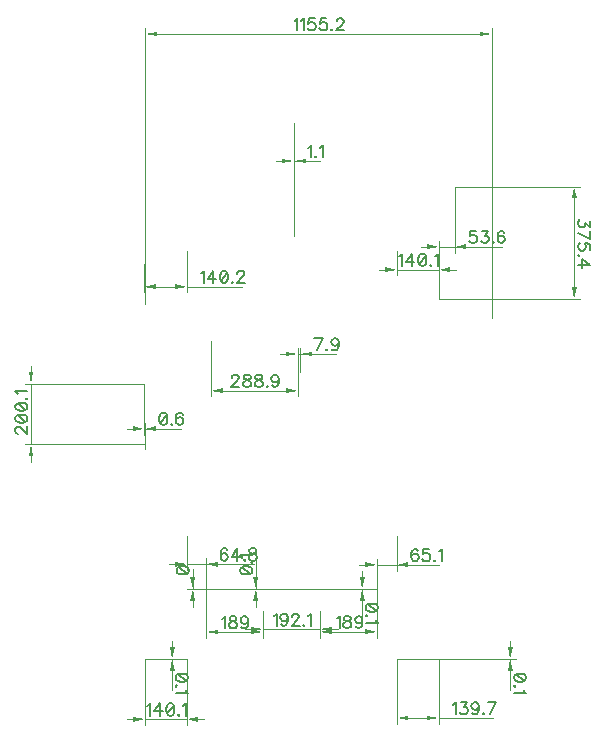
<source format=gbr>
G04 DipTrace 3.0.0.1*
G04 TopDimension.gbr*
%MOIN*%
G04 #@! TF.FileFunction,Drawing,Top*
G04 #@! TF.Part,Single*
%ADD13C,0.0015*%
%ADD57C,0.006176*%
%FSLAX26Y26*%
G04*
G70*
G90*
G75*
G01*
G04 TopDimension*
%LPD*%
X954832Y2262517D2*
D13*
Y2116323D1*
X953701Y1885701D2*
Y2155693D1*
Y2136008D2*
X954832D1*
X894646D2*
X914331D1*
G36*
X953701D2*
X914331Y2128134D1*
Y2143882D1*
X953701Y2136008D1*
G37*
X1013887D2*
D13*
X994202D1*
G36*
X954832D2*
X994202Y2143882D1*
Y2128134D1*
X954832Y2136008D1*
G37*
X1041941D2*
D13*
X954832D1*
X458924Y1658793D2*
Y2578740D1*
X1614173Y1614173D2*
Y2578740D1*
X1036549Y2559055D2*
X498294D1*
G36*
X458924D2*
X498294Y2566929D1*
Y2551181D1*
X458924Y2559055D1*
G37*
X1036549D2*
D13*
X1574803D1*
G36*
X1614173D2*
X1574803Y2551181D1*
Y2566929D1*
X1614173Y2559055D1*
G37*
X1490764Y2051134D2*
D13*
X1909449D1*
X1437126Y1675701D2*
X1909449D1*
X1889764Y1863418D2*
Y2011764D1*
G36*
Y2051134D2*
X1897638Y2011764D1*
X1881890D1*
X1889764Y2051134D1*
G37*
Y1863418D2*
D13*
Y1715071D1*
G36*
Y1675701D2*
X1881890Y1715071D1*
X1897638D1*
X1889764Y1675701D1*
G37*
X457349Y475722D2*
D13*
X568898D1*
X597449Y475607D2*
X529528D1*
X549213Y475722D2*
Y475607D1*
Y534777D2*
Y515092D1*
G36*
Y475722D2*
X541339Y515092D1*
X557087D1*
X549213Y475722D1*
G37*
Y416551D2*
D13*
Y436236D1*
G36*
Y475607D2*
X557087Y436236D1*
X541339D1*
X549213Y475607D1*
G37*
Y371297D2*
D13*
Y475722D1*
X456764Y1393496D2*
Y1224410D1*
X457349Y1175722D2*
Y1263780D1*
X456764Y1244095D2*
X457349D1*
X397709D2*
X417394D1*
G36*
X456764D2*
X417394Y1236221D1*
Y1251969D1*
X456764Y1244095D1*
G37*
X516404D2*
D13*
X496719D1*
G36*
X457349D2*
X496719Y1251969D1*
Y1236221D1*
X457349Y1244095D1*
G37*
X576913D2*
D13*
X457349D1*
X1437126Y1675701D2*
Y1870079D1*
X1490764Y2051134D2*
Y1830709D1*
X1437126Y1850394D2*
X1490764D1*
X1378071D2*
X1397756D1*
G36*
X1437126D2*
X1397756Y1842520D1*
Y1858268D1*
X1437126Y1850394D1*
G37*
X1549819D2*
D13*
X1530134D1*
G36*
X1490764D2*
X1530134Y1858268D1*
Y1842520D1*
X1490764Y1850394D1*
G37*
X1649474D2*
D13*
X1490764D1*
X1297449Y475607D2*
X1696063D1*
X1437126Y475701D2*
X1696063D1*
X1676378D2*
Y475607D1*
Y534756D2*
Y515071D1*
G36*
Y475701D2*
X1668504Y515071D1*
X1684252D1*
X1676378Y475701D1*
G37*
Y416551D2*
D13*
Y436236D1*
G36*
Y475607D2*
X1684252Y436236D1*
X1668504D1*
X1676378Y475607D1*
G37*
Y371297D2*
D13*
Y475701D1*
X457349Y475722D2*
Y255906D1*
X597449Y475607D2*
Y255906D1*
X457349Y275591D2*
X597449D1*
X398294D2*
X417979D1*
G36*
X457349D2*
X417979Y267717D1*
Y283465D1*
X457349Y275591D1*
G37*
X656504D2*
D13*
X636819D1*
G36*
X597449D2*
X636819Y283465D1*
Y267717D1*
X597449Y275591D1*
G37*
X1437126Y475701D2*
D13*
Y259843D1*
X1297449Y475607D2*
Y259843D1*
X1367288Y279528D2*
X1397756D1*
G36*
X1437126D2*
X1397756Y271654D1*
Y287402D1*
X1437126Y279528D1*
G37*
X1367288D2*
D13*
X1336819D1*
G36*
X1297449D2*
X1336819Y287402D1*
Y271654D1*
X1297449Y279528D1*
G37*
X1617826D2*
D13*
X1437126D1*
X456764Y1393496D2*
X59055D1*
X457349Y1193439D2*
X59055D1*
X78740Y1393496D2*
Y1193439D1*
Y1452551D2*
Y1432866D1*
G36*
Y1393496D2*
X70866Y1432866D1*
X86614D1*
X78740Y1393496D1*
G37*
Y1134383D2*
D13*
Y1154068D1*
G36*
Y1193439D2*
X86614Y1154068D1*
X70866D1*
X78740Y1193439D1*
G37*
X597008Y1835701D2*
D13*
Y1698032D1*
X456764Y1793496D2*
Y1698032D1*
X526886Y1717717D2*
X557638D1*
G36*
X597008D2*
X557638Y1709843D1*
Y1725591D1*
X597008Y1717717D1*
G37*
X526886D2*
D13*
X496134D1*
G36*
X456764D2*
X496134Y1725591D1*
Y1709843D1*
X456764Y1717717D1*
G37*
X781511D2*
D13*
X597008D1*
X1297008Y1835701D2*
Y1754725D1*
X1437126Y1675701D2*
Y1794095D1*
X1297008Y1774410D2*
X1437126D1*
X1237953D2*
X1257638D1*
G36*
X1297008D2*
X1257638Y1766536D1*
Y1782284D1*
X1297008Y1774410D1*
G37*
X1496181D2*
D13*
X1476496D1*
G36*
X1437126D2*
X1476496Y1782284D1*
Y1766536D1*
X1437126Y1774410D1*
G37*
X661811Y634646D2*
D13*
Y546457D1*
X850788Y634646D2*
Y546457D1*
X756299Y566142D2*
X701181D1*
G36*
X661811D2*
X701181Y574016D1*
Y558268D1*
X661811Y566142D1*
G37*
X756299D2*
D13*
X811418D1*
G36*
X850788D2*
X811418Y558268D1*
Y574016D1*
X850788Y566142D1*
G37*
Y634646D2*
D13*
Y555118D1*
X1042937Y634701D2*
Y555118D1*
X850788Y574803D2*
X1042937D1*
X791732D2*
X811418D1*
G36*
X850788D2*
X811418Y566929D1*
Y582677D1*
X850788Y574803D1*
G37*
X1101992D2*
D13*
X1082307D1*
G36*
X1042937D2*
X1082307Y582677D1*
Y566929D1*
X1042937Y574803D1*
G37*
Y634701D2*
D13*
Y547638D1*
X1231890Y634646D2*
Y547638D1*
X1137414Y567323D2*
X1082307D1*
G36*
X1042937D2*
X1082307Y575197D1*
Y559449D1*
X1042937Y567323D1*
G37*
X1137414D2*
D13*
X1192520D1*
G36*
X1231890D2*
X1192520Y559449D1*
Y575197D1*
X1231890Y567323D1*
G37*
X661811Y709449D2*
D13*
X597244D1*
X850788D2*
X597244D1*
X616929D2*
D3*
Y768504D2*
Y748819D1*
G36*
Y709449D2*
X609055Y748819D1*
X624803D1*
X616929Y709449D1*
G37*
Y650394D2*
D13*
Y670079D1*
G36*
Y709449D2*
X624803Y670079D1*
X609055D1*
X616929Y709449D1*
G37*
Y775614D2*
D13*
Y709449D1*
X850788D2*
X808268D1*
X1042937Y709504D2*
X808268D1*
X827953D2*
Y709449D1*
Y768559D2*
Y748874D1*
G36*
Y709504D2*
X820079Y748874D1*
X835827D1*
X827953Y709504D1*
G37*
Y650394D2*
D13*
Y670079D1*
G36*
Y709449D2*
X835827Y670079D1*
X820079D1*
X827953Y709449D1*
G37*
Y813813D2*
D13*
Y709504D1*
X1042937D2*
X1202362D1*
X1231890Y709449D2*
X1162992D1*
X1182677Y709504D2*
Y709449D1*
Y768559D2*
Y748874D1*
G36*
Y709504D2*
X1174803Y748874D1*
X1190551D1*
X1182677Y709504D1*
G37*
Y650394D2*
D13*
Y670079D1*
G36*
Y709449D2*
X1190551Y670079D1*
X1174803D1*
X1182677Y709449D1*
G37*
Y605140D2*
D13*
Y709504D1*
X661811Y634646D2*
Y811811D1*
X597008Y885701D2*
Y772441D1*
Y792126D2*
X661811D1*
X537953D2*
X557638D1*
G36*
X597008D2*
X557638Y784252D1*
Y800000D1*
X597008Y792126D1*
G37*
X720866D2*
D13*
X701181D1*
G36*
X661811D2*
X701181Y800000D1*
Y784252D1*
X661811Y792126D1*
G37*
X822378D2*
D13*
X661811D1*
X1231890Y634646D2*
Y809843D1*
X1297008Y885701D2*
Y770473D1*
X1231890Y790158D2*
X1297008D1*
X1172835D2*
X1192520D1*
G36*
X1231890D2*
X1192520Y782284D1*
Y798032D1*
X1231890Y790158D1*
G37*
X1356063D2*
D13*
X1336378D1*
G36*
X1297008D2*
X1336378Y798032D1*
Y782284D1*
X1297008Y790158D1*
G37*
X1438518D2*
D13*
X1297008D1*
X966929Y1433858D2*
Y1512205D1*
X974803Y1433858D2*
Y1512205D1*
X966929Y1492520D2*
X974803D1*
X907874D2*
X927559D1*
G36*
X966929D2*
X927559Y1484646D1*
Y1500394D1*
X966929Y1492520D1*
G37*
X1033858D2*
D13*
X1014173D1*
G36*
X974803D2*
X1014173Y1500394D1*
Y1484646D1*
X974803Y1492520D1*
G37*
X1094411D2*
D13*
X974803D1*
X678079Y1535701D2*
Y1351181D1*
X966929Y1433858D2*
Y1351181D1*
X822504Y1370866D2*
X717449D1*
G36*
X678079D2*
X717449Y1378740D1*
Y1362992D1*
X678079Y1370866D1*
G37*
X822504D2*
D13*
X927559D1*
G36*
X966929D2*
X927559Y1362992D1*
Y1378740D1*
X966929Y1370866D1*
G37*
X1003466Y2180717D2*
D57*
X1007313Y2182663D1*
X1013061Y2188367D1*
Y2148219D1*
X1027313Y2152066D2*
X1025412Y2150120D1*
X1027313Y2148219D1*
X1029259Y2150120D1*
X1027313Y2152066D1*
X1041610Y2180717D2*
X1045457Y2182663D1*
X1051205Y2188367D1*
Y2148219D1*
X957048Y2603765D2*
X960895Y2605710D1*
X966643Y2611414D1*
Y2571266D1*
X978994Y2603765D2*
X982841Y2605710D1*
X988589Y2611414D1*
Y2571266D1*
X1023888Y2611414D2*
X1004787D1*
X1002886Y2594214D1*
X1004787Y2596115D1*
X1010535Y2598061D1*
X1016239D1*
X1021987Y2596115D1*
X1025834Y2592313D1*
X1027735Y2586565D1*
Y2582762D1*
X1025834Y2577014D1*
X1021987Y2573167D1*
X1016239Y2571266D1*
X1010535D1*
X1004787Y2573167D1*
X1002886Y2575113D1*
X1000940Y2578915D1*
X1063034Y2611414D2*
X1043933D1*
X1042032Y2594214D1*
X1043933Y2596115D1*
X1049681Y2598061D1*
X1055385D1*
X1061133Y2596115D1*
X1064980Y2592313D1*
X1066881Y2586565D1*
Y2582762D1*
X1064980Y2577014D1*
X1061133Y2573167D1*
X1055385Y2571266D1*
X1049681D1*
X1043933Y2573167D1*
X1042032Y2575113D1*
X1040086Y2578915D1*
X1081134Y2575113D2*
X1079232Y2573167D1*
X1081134Y2571266D1*
X1083079Y2573167D1*
X1081134Y2575113D1*
X1097376Y2601863D2*
Y2603765D1*
X1099277Y2607611D1*
X1101179Y2609513D1*
X1105025Y2611414D1*
X1112675D1*
X1116477Y2609513D1*
X1118379Y2607611D1*
X1120324Y2603765D1*
Y2599962D1*
X1118379Y2596115D1*
X1114576Y2590411D1*
X1095431Y2571266D1*
X1122225D1*
X1942123Y1937649D2*
Y1916647D1*
X1926824Y1928099D1*
Y1922350D1*
X1924923Y1918548D1*
X1923021Y1916647D1*
X1917273Y1914701D1*
X1913471D1*
X1907723Y1916647D1*
X1903876Y1920449D1*
X1901975Y1926197D1*
Y1931945D1*
X1903876Y1937649D1*
X1905822Y1939550D1*
X1909624Y1941496D1*
X1901975Y1894700D2*
X1942123Y1875555D1*
Y1902350D1*
Y1840256D2*
Y1859357D1*
X1924923Y1861258D1*
X1926824Y1859357D1*
X1928769Y1853609D1*
Y1847905D1*
X1926824Y1842157D1*
X1923021Y1838310D1*
X1917273Y1836409D1*
X1913471D1*
X1907723Y1838310D1*
X1903876Y1842157D1*
X1901975Y1847905D1*
Y1853609D1*
X1903876Y1859357D1*
X1905822Y1861258D1*
X1909624Y1863204D1*
X1905822Y1822156D2*
X1903876Y1824058D1*
X1901975Y1822156D1*
X1903876Y1820211D1*
X1905822Y1822156D1*
X1901975Y1788714D2*
X1942123D1*
X1915372Y1807859D1*
Y1779164D1*
X601571Y415477D2*
X599670Y421225D1*
X593922Y425072D1*
X584371Y426973D1*
X578623D1*
X569073Y425072D1*
X563325Y421225D1*
X561424Y415477D1*
Y411674D1*
X563325Y405926D1*
X569073Y402124D1*
X578623Y400178D1*
X584371D1*
X593922Y402124D1*
X599670Y405926D1*
X601571Y411674D1*
Y415477D1*
X593922Y402124D2*
X569073Y425072D1*
X565270Y385926D2*
X563325Y387827D1*
X561424Y385926D1*
X563325Y383980D1*
X565270Y385926D1*
X593922Y371629D2*
X595868Y367782D1*
X601571Y362034D1*
X561424D1*
X517479Y1296453D2*
X511731Y1294552D1*
X507884Y1288804D1*
X505983Y1279253D1*
Y1273505D1*
X507884Y1263955D1*
X511731Y1258207D1*
X517479Y1256305D1*
X521282D1*
X527030Y1258207D1*
X530832Y1263955D1*
X532778Y1273505D1*
Y1279253D1*
X530832Y1288804D1*
X527030Y1294552D1*
X521282Y1296453D1*
X517479D1*
X530832Y1288804D2*
X507884Y1263955D1*
X547030Y1260152D2*
X545129Y1258207D1*
X547030Y1256305D1*
X548976Y1258207D1*
X547030Y1260152D1*
X584275Y1290749D2*
X582374Y1294552D1*
X576626Y1296453D1*
X572823D1*
X567075Y1294552D1*
X563228Y1288804D1*
X561327Y1279253D1*
Y1269703D1*
X563228Y1262053D1*
X567075Y1258207D1*
X572823Y1256305D1*
X574724D1*
X580428Y1258207D1*
X584275Y1262053D1*
X586176Y1267802D1*
Y1269703D1*
X584275Y1275451D1*
X580428Y1279253D1*
X574724Y1281155D1*
X572823D1*
X567075Y1279253D1*
X563228Y1275451D1*
X561327Y1269703D1*
X1562346Y1902752D2*
X1543244D1*
X1541343Y1885553D1*
X1543244Y1887454D1*
X1548992Y1889399D1*
X1554696D1*
X1560444Y1887454D1*
X1564291Y1883651D1*
X1566192Y1877903D1*
Y1874101D1*
X1564291Y1868353D1*
X1560444Y1864506D1*
X1554696Y1862605D1*
X1548992D1*
X1543244Y1864506D1*
X1541343Y1866451D1*
X1539398Y1870254D1*
X1582390Y1902752D2*
X1603393D1*
X1591941Y1887454D1*
X1597689D1*
X1601492Y1885553D1*
X1603393Y1883651D1*
X1605338Y1877903D1*
Y1874101D1*
X1603393Y1868353D1*
X1599590Y1864506D1*
X1593842Y1862605D1*
X1588094D1*
X1582390Y1864506D1*
X1580489Y1866451D1*
X1578544Y1870254D1*
X1619591Y1866451D2*
X1617690Y1864506D1*
X1619591Y1862605D1*
X1621537Y1864506D1*
X1619591Y1866451D1*
X1656836Y1897049D2*
X1654935Y1900851D1*
X1649187Y1902752D1*
X1645384D1*
X1639636Y1900851D1*
X1635789Y1895103D1*
X1633888Y1885553D1*
Y1876002D1*
X1635789Y1868353D1*
X1639636Y1864506D1*
X1645384Y1862605D1*
X1647285D1*
X1652989Y1864506D1*
X1656836Y1868353D1*
X1658737Y1874101D1*
Y1876002D1*
X1656836Y1881750D1*
X1652989Y1885553D1*
X1647285Y1887454D1*
X1645384D1*
X1639636Y1885553D1*
X1635789Y1881750D1*
X1633888Y1876002D1*
X1728737Y415477D2*
X1726835Y421225D1*
X1721087Y425072D1*
X1711537Y426973D1*
X1705789D1*
X1696238Y425072D1*
X1690490Y421225D1*
X1688589Y415477D1*
Y411674D1*
X1690490Y405926D1*
X1696238Y402124D1*
X1705789Y400178D1*
X1711537D1*
X1721087Y402124D1*
X1726835Y405926D1*
X1728737Y411674D1*
Y415477D1*
X1721087Y402124D2*
X1696238Y425072D1*
X1692436Y385926D2*
X1690490Y387827D1*
X1688589Y385926D1*
X1690490Y383980D1*
X1692436Y385926D1*
X1721087Y371629D2*
X1723033Y367782D1*
X1728737Y362034D1*
X1688589D1*
X466521Y320300D2*
X470368Y322245D1*
X476116Y327949D1*
Y287802D1*
X507612D2*
Y327949D1*
X488467Y301199D1*
X517163D1*
X541010Y327949D2*
X535262Y326048D1*
X531416Y320300D1*
X529514Y310749D1*
Y305001D1*
X531416Y295451D1*
X535262Y289703D1*
X541010Y287802D1*
X544813D1*
X550561Y289703D1*
X554363Y295451D1*
X556309Y305001D1*
Y310749D1*
X554363Y320300D1*
X550561Y326048D1*
X544813Y327949D1*
X541010D1*
X554363Y320300D2*
X531416Y295451D1*
X570562Y291648D2*
X568660Y289703D1*
X570562Y287802D1*
X572507Y289703D1*
X570562Y291648D1*
X584858Y320300D2*
X588705Y322245D1*
X594453Y327949D1*
Y287802D1*
X1485760Y324237D2*
X1489607Y326183D1*
X1495355Y331886D1*
Y291739D1*
X1511553Y331886D2*
X1532555D1*
X1521103Y316588D1*
X1526851D1*
X1530654Y314686D1*
X1532555Y312785D1*
X1534501Y307037D1*
Y303235D1*
X1532555Y297487D1*
X1528753Y293640D1*
X1523005Y291739D1*
X1517257D1*
X1511553Y293640D1*
X1509651Y295585D1*
X1507706Y299388D1*
X1571745Y318533D2*
X1569800Y312785D1*
X1565997Y308938D1*
X1560249Y307037D1*
X1558348D1*
X1552600Y308938D1*
X1548798Y312785D1*
X1546852Y318533D1*
Y320434D1*
X1548798Y326183D1*
X1552600Y329985D1*
X1558348Y331886D1*
X1560249D1*
X1565997Y329985D1*
X1569800Y326183D1*
X1571745Y318533D1*
Y308938D1*
X1569800Y299388D1*
X1565997Y293640D1*
X1560249Y291739D1*
X1556447D1*
X1550699Y293640D1*
X1548798Y297487D1*
X1585998Y295585D2*
X1584097Y293640D1*
X1585998Y291739D1*
X1587944Y293640D1*
X1585998Y295585D1*
X1607944Y291739D2*
X1627090Y331886D1*
X1600295D1*
X35932Y1226885D2*
X34031D1*
X30184Y1228786D1*
X28283Y1230688D1*
X26382Y1234534D1*
Y1242184D1*
X28283Y1245986D1*
X30184Y1247888D1*
X34031Y1249833D1*
X37834D1*
X41680Y1247888D1*
X47384Y1244085D1*
X66530Y1224940D1*
Y1251734D1*
X26382Y1275582D2*
X28283Y1269834D1*
X34031Y1265987D1*
X43582Y1264086D1*
X49330D1*
X58880Y1265987D1*
X64628Y1269834D1*
X66530Y1275582D1*
Y1279384D1*
X64628Y1285132D1*
X58880Y1288935D1*
X49330Y1290880D1*
X43582D1*
X34031Y1288935D1*
X28283Y1285132D1*
X26382Y1279384D1*
Y1275582D1*
X34031Y1288935D2*
X58880Y1265987D1*
X26382Y1314728D2*
X28283Y1308980D1*
X34031Y1305133D1*
X43582Y1303232D1*
X49330D1*
X58880Y1305133D1*
X64628Y1308980D1*
X66530Y1314728D1*
Y1318530D1*
X64628Y1324278D1*
X58880Y1328081D1*
X49330Y1330026D1*
X43582D1*
X34031Y1328081D1*
X28283Y1324278D1*
X26382Y1318530D1*
Y1314728D1*
X34031Y1328081D2*
X58880Y1305133D1*
X62683Y1344279D2*
X64628Y1342378D1*
X66530Y1344279D1*
X64628Y1346225D1*
X62683Y1344279D1*
X34031Y1358576D2*
X32086Y1362423D1*
X26382Y1368171D1*
X66530D1*
X645642Y1762426D2*
X649488Y1764371D1*
X655237Y1770075D1*
Y1729928D1*
X686733D2*
Y1770075D1*
X667588Y1743325D1*
X696284D1*
X720131Y1770075D2*
X714383Y1768174D1*
X710537Y1762426D1*
X708635Y1752875D1*
Y1747127D1*
X710537Y1737577D1*
X714383Y1731829D1*
X720131Y1729928D1*
X723934D1*
X729682Y1731829D1*
X733484Y1737577D1*
X735430Y1747127D1*
Y1752875D1*
X733484Y1762426D1*
X729682Y1768174D1*
X723934Y1770075D1*
X720131D1*
X733484Y1762426D2*
X710537Y1737577D1*
X749683Y1733774D2*
X747781Y1731829D1*
X749683Y1729928D1*
X751628Y1731829D1*
X749683Y1733774D1*
X765925Y1760525D2*
Y1762426D1*
X767826Y1766273D1*
X769727Y1768174D1*
X773574Y1770075D1*
X781224D1*
X785026Y1768174D1*
X786927Y1766273D1*
X788873Y1762426D1*
Y1758623D1*
X786927Y1754777D1*
X783125Y1749073D1*
X763979Y1729928D1*
X790774D1*
X1306189Y1819119D2*
X1310035Y1821064D1*
X1315784Y1826768D1*
Y1786620D1*
X1347280D2*
Y1826768D1*
X1328135Y1800018D1*
X1356831D1*
X1380678Y1826768D2*
X1374930Y1824867D1*
X1371084Y1819119D1*
X1369182Y1809568D1*
Y1803820D1*
X1371084Y1794270D1*
X1374930Y1788522D1*
X1380678Y1786620D1*
X1384481D1*
X1390229Y1788522D1*
X1394031Y1794270D1*
X1395977Y1803820D1*
Y1809568D1*
X1394031Y1819119D1*
X1390229Y1824867D1*
X1384481Y1826768D1*
X1380678D1*
X1394031Y1819119D2*
X1371084Y1794270D1*
X1410230Y1790467D2*
X1408328Y1788522D1*
X1410230Y1786620D1*
X1412175Y1788522D1*
X1410230Y1790467D1*
X1424526Y1819119D2*
X1428373Y1821064D1*
X1434121Y1826768D1*
Y1786620D1*
X716417Y610851D2*
X720263Y612797D1*
X726011Y618500D1*
Y578353D1*
X747913Y618500D2*
X742210Y616599D1*
X740264Y612797D1*
Y608950D1*
X742210Y605147D1*
X746012Y603202D1*
X753661Y601301D1*
X759409Y599399D1*
X763212Y595553D1*
X765113Y591750D1*
Y586002D1*
X763212Y582199D1*
X761311Y580254D1*
X755563Y578353D1*
X747913D1*
X742210Y580254D1*
X740264Y582199D1*
X738363Y586002D1*
Y591750D1*
X740264Y595553D1*
X744111Y599399D1*
X749815Y601301D1*
X757464Y603202D1*
X761311Y605147D1*
X763212Y608950D1*
Y612797D1*
X761311Y616599D1*
X755563Y618500D1*
X747913D1*
X802358Y605147D2*
X800413Y599399D1*
X796610Y595553D1*
X790862Y593651D1*
X788961D1*
X783213Y595553D1*
X779410Y599399D1*
X777465Y605147D1*
Y607049D1*
X779410Y612797D1*
X783213Y616599D1*
X788961Y618500D1*
X790862D1*
X796610Y616599D1*
X800413Y612797D1*
X802358Y605147D1*
Y595553D1*
X800413Y586002D1*
X796610Y580254D1*
X790862Y578353D1*
X787059D1*
X781311Y580254D1*
X779410Y584101D1*
X887885Y619513D2*
X891732Y621458D1*
X897480Y627162D1*
Y587014D1*
X934725Y613809D2*
X932779Y608061D1*
X928977Y604214D1*
X923229Y602313D1*
X921328D1*
X915579Y604214D1*
X911777Y608061D1*
X909831Y613809D1*
Y615710D1*
X911777Y621458D1*
X915579Y625261D1*
X921328Y627162D1*
X923229D1*
X928977Y625261D1*
X932779Y621458D1*
X934725Y613809D1*
Y604214D1*
X932779Y594663D1*
X928977Y588915D1*
X923229Y587014D1*
X919426D1*
X913678Y588915D1*
X911777Y592762D1*
X949022Y617611D2*
Y619513D1*
X950923Y623359D1*
X952824Y625261D1*
X956671Y627162D1*
X964320D1*
X968123Y625261D1*
X970024Y623359D1*
X971970Y619513D1*
Y615710D1*
X970024Y611863D1*
X966222Y606159D1*
X947076Y587014D1*
X973871D1*
X988124Y590861D2*
X986222Y588915D1*
X988124Y587014D1*
X990069Y588915D1*
X988124Y590861D1*
X1002420Y619513D2*
X1006267Y621458D1*
X1012015Y627162D1*
Y587014D1*
X1097531Y612032D2*
X1101377Y613978D1*
X1107126Y619682D1*
Y579534D1*
X1129027Y619682D2*
X1123324Y617780D1*
X1121378Y613978D1*
Y610131D1*
X1123324Y606328D1*
X1127126Y604383D1*
X1134776Y602482D1*
X1140524Y600580D1*
X1144326Y596734D1*
X1146227Y592931D1*
Y587183D1*
X1144326Y583381D1*
X1142425Y581435D1*
X1136677Y579534D1*
X1129027D1*
X1123324Y581435D1*
X1121378Y583381D1*
X1119477Y587183D1*
Y592931D1*
X1121378Y596734D1*
X1125225Y600580D1*
X1130929Y602482D1*
X1138578Y604383D1*
X1142425Y606328D1*
X1144326Y610131D1*
Y613978D1*
X1142425Y617780D1*
X1136677Y619682D1*
X1129027D1*
X1183472Y606328D2*
X1181527Y600580D1*
X1177724Y596734D1*
X1171976Y594832D1*
X1170075D1*
X1164327Y596734D1*
X1160524Y600580D1*
X1158579Y606328D1*
Y608230D1*
X1160524Y613978D1*
X1164327Y617780D1*
X1170075Y619682D1*
X1171976D1*
X1177724Y617780D1*
X1181527Y613978D1*
X1183472Y606328D1*
Y596734D1*
X1181527Y587183D1*
X1177724Y581435D1*
X1171976Y579534D1*
X1168174D1*
X1162426Y581435D1*
X1160524Y585282D1*
X564571Y769579D2*
X566472Y763831D1*
X572220Y759984D1*
X581771Y758083D1*
X587519D1*
X597069Y759984D1*
X602817Y763831D1*
X604719Y769579D1*
Y773381D1*
X602817Y779129D1*
X597069Y782932D1*
X587519Y784877D1*
X581771D1*
X572220Y782932D1*
X566472Y779129D1*
X564571Y773381D1*
Y769579D1*
X572220Y782932D2*
X597069Y759984D1*
X775594Y769634D2*
X777496Y763886D1*
X783244Y760039D1*
X792794Y758138D1*
X798542D1*
X808093Y760039D1*
X813841Y763886D1*
X815742Y769634D1*
Y773436D1*
X813841Y779184D1*
X808093Y782987D1*
X798542Y784932D1*
X792794D1*
X783244Y782987D1*
X777496Y779184D1*
X775594Y773436D1*
Y769634D1*
X783244Y782987D2*
X808093Y760039D1*
X811895Y799185D2*
X813841Y797284D1*
X815742Y799185D1*
X813841Y801131D1*
X811895Y799185D1*
X783244Y813482D2*
X781298Y817329D1*
X775594Y823077D1*
X815742D1*
X1235036Y649319D2*
X1233135Y655067D1*
X1227387Y658914D1*
X1217836Y660815D1*
X1212088D1*
X1202537Y658914D1*
X1196789Y655067D1*
X1194888Y649319D1*
Y645517D1*
X1196789Y639769D1*
X1202537Y635966D1*
X1212088Y634021D1*
X1217836D1*
X1227387Y635966D1*
X1233135Y639769D1*
X1235036Y645517D1*
Y649319D1*
X1227387Y635966D2*
X1202537Y658914D1*
X1198735Y619768D2*
X1196789Y621669D1*
X1194888Y619768D1*
X1196789Y617823D1*
X1198735Y619768D1*
X1227387Y605471D2*
X1229332Y601624D1*
X1235036Y595876D1*
X1194888D1*
X733393Y838781D2*
X731492Y842583D1*
X725743Y844485D1*
X721941D1*
X716193Y842583D1*
X712346Y836835D1*
X710445Y827285D1*
Y817734D1*
X712346Y810085D1*
X716193Y806238D1*
X721941Y804337D1*
X723842D1*
X729546Y806238D1*
X733393Y810085D1*
X735294Y815833D1*
Y817734D1*
X733393Y823482D1*
X729546Y827285D1*
X723842Y829186D1*
X721941D1*
X716193Y827285D1*
X712346Y823482D1*
X710445Y817734D1*
X766791Y804337D2*
Y844485D1*
X747645Y817734D1*
X776341D1*
X790594Y808184D2*
X788693Y806238D1*
X790594Y804337D1*
X792540Y806238D1*
X790594Y808184D1*
X814442Y844485D2*
X808738Y842583D1*
X806792Y838781D1*
Y834934D1*
X808738Y831132D1*
X812540Y829186D1*
X820190Y827285D1*
X825938Y825384D1*
X829740Y821537D1*
X831641Y817734D1*
Y811986D1*
X829740Y808184D1*
X827839Y806238D1*
X822091Y804337D1*
X814442D1*
X808738Y806238D1*
X806792Y808184D1*
X804891Y811986D1*
Y817734D1*
X806792Y821537D1*
X810639Y825384D1*
X816343Y827285D1*
X823992Y829186D1*
X827839Y831132D1*
X829740Y834934D1*
Y838781D1*
X827839Y842583D1*
X822091Y844485D1*
X814442D1*
X1368590Y836812D2*
X1366688Y840615D1*
X1360940Y842516D1*
X1357138D1*
X1351390Y840615D1*
X1347543Y834867D1*
X1345642Y825316D1*
Y815766D1*
X1347543Y808116D1*
X1351390Y804270D1*
X1357138Y802368D1*
X1359039D1*
X1364743Y804270D1*
X1368590Y808116D1*
X1370491Y813865D1*
Y815766D1*
X1368590Y821514D1*
X1364743Y825316D1*
X1359039Y827218D1*
X1357138D1*
X1351390Y825316D1*
X1347543Y821514D1*
X1345642Y815766D1*
X1405790Y842516D2*
X1386689D1*
X1384788Y825316D1*
X1386689Y827218D1*
X1392437Y829163D1*
X1398141D1*
X1403889Y827218D1*
X1407736Y823415D1*
X1409637Y817667D1*
Y813865D1*
X1407736Y808116D1*
X1403889Y804270D1*
X1398141Y802368D1*
X1392437D1*
X1386689Y804270D1*
X1384788Y806215D1*
X1382842Y810018D1*
X1423890Y806215D2*
X1421988Y804270D1*
X1423890Y802368D1*
X1425835Y804270D1*
X1423890Y806215D1*
X1438187Y834867D2*
X1442033Y836812D1*
X1447781Y842516D1*
Y802368D1*
X1031086Y1504731D2*
X1050232Y1544878D1*
X1023437D1*
X1064484Y1508577D2*
X1062583Y1506632D1*
X1064484Y1504731D1*
X1066430Y1506632D1*
X1064484Y1508577D1*
X1103675Y1531525D2*
X1101729Y1525777D1*
X1097927Y1521931D1*
X1092179Y1520029D1*
X1090277D1*
X1084529Y1521931D1*
X1080727Y1525777D1*
X1078781Y1531525D1*
Y1533427D1*
X1080727Y1539175D1*
X1084529Y1542977D1*
X1090277Y1544878D1*
X1092179D1*
X1097927Y1542977D1*
X1101729Y1539175D1*
X1103675Y1531525D1*
Y1521931D1*
X1101729Y1512380D1*
X1097927Y1506632D1*
X1092179Y1504731D1*
X1088376D1*
X1082628Y1506632D1*
X1080727Y1510479D1*
X748317Y1413674D2*
Y1415576D1*
X750218Y1419422D1*
X752119Y1421324D1*
X755966Y1423225D1*
X763615D1*
X767418Y1421324D1*
X769319Y1419422D1*
X771265Y1415576D1*
Y1411773D1*
X769319Y1407926D1*
X765517Y1402222D1*
X746371Y1383077D1*
X773166D1*
X795068Y1423225D2*
X789364Y1421324D1*
X787419Y1417521D1*
Y1413674D1*
X789364Y1409872D1*
X793167Y1407926D1*
X800816Y1406025D1*
X806564Y1404124D1*
X810367Y1400277D1*
X812268Y1396474D1*
Y1390726D1*
X810367Y1386924D1*
X808465Y1384978D1*
X802717Y1383077D1*
X795068D1*
X789364Y1384978D1*
X787419Y1386924D1*
X785517Y1390726D1*
Y1396474D1*
X787419Y1400277D1*
X791265Y1404124D1*
X796969Y1406025D1*
X804619Y1407926D1*
X808465Y1409872D1*
X810367Y1413674D1*
Y1417521D1*
X808465Y1421324D1*
X802717Y1423225D1*
X795068D1*
X834170D2*
X828466Y1421324D1*
X826521Y1417521D1*
Y1413674D1*
X828466Y1409872D1*
X832269Y1407926D1*
X839918Y1406025D1*
X845666Y1404124D1*
X849468Y1400277D1*
X851370Y1396474D1*
Y1390726D1*
X849468Y1386924D1*
X847567Y1384978D1*
X841819Y1383077D1*
X834170D1*
X828466Y1384978D1*
X826521Y1386924D1*
X824619Y1390726D1*
Y1396474D1*
X826521Y1400277D1*
X830367Y1404124D1*
X836071Y1406025D1*
X843720Y1407926D1*
X847567Y1409872D1*
X849468Y1413674D1*
Y1417521D1*
X847567Y1421324D1*
X841819Y1423225D1*
X834170D1*
X865622Y1386924D2*
X863721Y1384978D1*
X865622Y1383077D1*
X867568Y1384978D1*
X865622Y1386924D1*
X904813Y1409872D2*
X902867Y1404124D1*
X899065Y1400277D1*
X893317Y1398376D1*
X891415D1*
X885667Y1400277D1*
X881865Y1404124D1*
X879919Y1409872D1*
Y1411773D1*
X881865Y1417521D1*
X885667Y1421324D1*
X891415Y1423225D1*
X893317D1*
X899065Y1421324D1*
X902867Y1417521D1*
X904813Y1409872D1*
Y1400277D1*
X902867Y1390726D1*
X899065Y1384978D1*
X893317Y1383077D1*
X889514D1*
X883766Y1384978D1*
X881865Y1388825D1*
M02*

</source>
